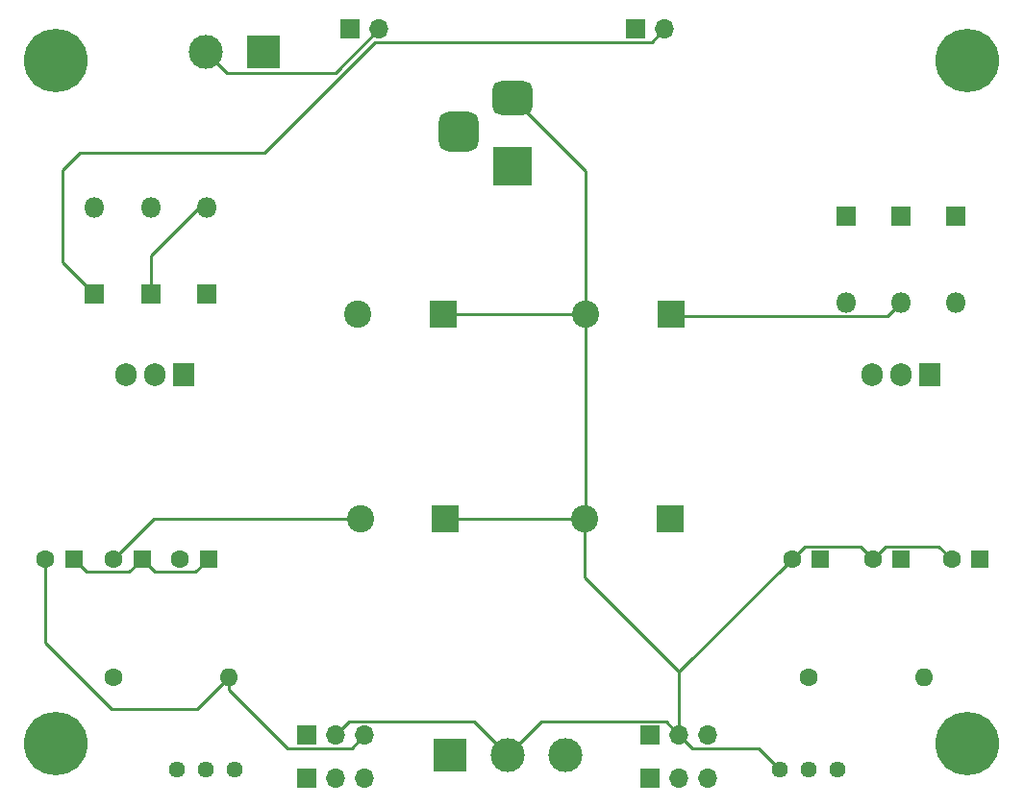
<source format=gbr>
%TF.GenerationSoftware,KiCad,Pcbnew,7.0.2*%
%TF.CreationDate,2024-01-07T18:37:44-06:00*%
%TF.ProjectId,power_supply,706f7765-725f-4737-9570-706c792e6b69,rev?*%
%TF.SameCoordinates,Original*%
%TF.FileFunction,Copper,L2,Bot*%
%TF.FilePolarity,Positive*%
%FSLAX46Y46*%
G04 Gerber Fmt 4.6, Leading zero omitted, Abs format (unit mm)*
G04 Created by KiCad (PCBNEW 7.0.2) date 2024-01-07 18:37:44*
%MOMM*%
%LPD*%
G01*
G04 APERTURE LIST*
G04 Aperture macros list*
%AMRoundRect*
0 Rectangle with rounded corners*
0 $1 Rounding radius*
0 $2 $3 $4 $5 $6 $7 $8 $9 X,Y pos of 4 corners*
0 Add a 4 corners polygon primitive as box body*
4,1,4,$2,$3,$4,$5,$6,$7,$8,$9,$2,$3,0*
0 Add four circle primitives for the rounded corners*
1,1,$1+$1,$2,$3*
1,1,$1+$1,$4,$5*
1,1,$1+$1,$6,$7*
1,1,$1+$1,$8,$9*
0 Add four rect primitives between the rounded corners*
20,1,$1+$1,$2,$3,$4,$5,0*
20,1,$1+$1,$4,$5,$6,$7,0*
20,1,$1+$1,$6,$7,$8,$9,0*
20,1,$1+$1,$8,$9,$2,$3,0*%
G04 Aperture macros list end*
%TA.AperFunction,ComponentPad*%
%ADD10R,1.700000X1.700000*%
%TD*%
%TA.AperFunction,ComponentPad*%
%ADD11O,1.700000X1.700000*%
%TD*%
%TA.AperFunction,ComponentPad*%
%ADD12C,1.440000*%
%TD*%
%TA.AperFunction,ComponentPad*%
%ADD13R,1.905000X2.000000*%
%TD*%
%TA.AperFunction,ComponentPad*%
%ADD14O,1.905000X2.000000*%
%TD*%
%TA.AperFunction,ComponentPad*%
%ADD15O,1.600000X1.600000*%
%TD*%
%TA.AperFunction,ComponentPad*%
%ADD16C,1.600000*%
%TD*%
%TA.AperFunction,ComponentPad*%
%ADD17C,3.000000*%
%TD*%
%TA.AperFunction,ComponentPad*%
%ADD18R,3.000000X3.000000*%
%TD*%
%TA.AperFunction,ComponentPad*%
%ADD19RoundRect,0.875000X-0.875000X0.875000X-0.875000X-0.875000X0.875000X-0.875000X0.875000X0.875000X0*%
%TD*%
%TA.AperFunction,ComponentPad*%
%ADD20RoundRect,0.750000X-1.000000X0.750000X-1.000000X-0.750000X1.000000X-0.750000X1.000000X0.750000X0*%
%TD*%
%TA.AperFunction,ComponentPad*%
%ADD21R,3.500000X3.500000*%
%TD*%
%TA.AperFunction,ComponentPad*%
%ADD22C,5.600000*%
%TD*%
%TA.AperFunction,ComponentPad*%
%ADD23O,1.800000X1.800000*%
%TD*%
%TA.AperFunction,ComponentPad*%
%ADD24R,1.800000X1.800000*%
%TD*%
%TA.AperFunction,ComponentPad*%
%ADD25R,2.400000X2.400000*%
%TD*%
%TA.AperFunction,ComponentPad*%
%ADD26C,2.400000*%
%TD*%
%TA.AperFunction,ComponentPad*%
%ADD27R,1.600000X1.600000*%
%TD*%
%TA.AperFunction,Conductor*%
%ADD28C,0.250000*%
%TD*%
G04 APERTURE END LIST*
D10*
%TO.P,J8,1,Pin_1*%
%TO.N,POS_OUT*%
X118608784Y-127508000D03*
D11*
%TO.P,J8,2,Pin_2*%
%TO.N,GND*%
X121148784Y-127508000D03*
%TO.P,J8,3,Pin_3*%
%TO.N,NEG_OUT*%
X123688784Y-127508000D03*
%TD*%
D10*
%TO.P,J7,1,Pin_1*%
%TO.N,POS_OUT*%
X148834784Y-127508000D03*
D11*
%TO.P,J7,2,Pin_2*%
%TO.N,GND*%
X151374784Y-127508000D03*
%TO.P,J7,3,Pin_3*%
%TO.N,NEG_OUT*%
X153914784Y-127508000D03*
%TD*%
D12*
%TO.P,RV2,1,1*%
%TO.N,GND*%
X112258784Y-130556000D03*
%TO.P,RV2,2,2*%
%TO.N,Net-(D6-K)*%
X109718784Y-130556000D03*
%TO.P,RV2,3,3*%
%TO.N,unconnected-(RV2-Pad3)*%
X107178784Y-130556000D03*
%TD*%
%TO.P,RV1,1,1*%
%TO.N,unconnected-(RV1-Pad1)*%
X165344784Y-130556000D03*
%TO.P,RV1,2,2*%
%TO.N,Net-(D3-A)*%
X162804784Y-130556000D03*
%TO.P,RV1,3,3*%
%TO.N,GND*%
X160264784Y-130556000D03*
%TD*%
D13*
%TO.P,U2,1,ADJ*%
%TO.N,Net-(D6-K)*%
X107696000Y-95758000D03*
D14*
%TO.P,U2,2,VI*%
%TO.N,Net-(D4-A)*%
X105156000Y-95758000D03*
%TO.P,U2,3,VO*%
%TO.N,NEG_OUT*%
X102616000Y-95758000D03*
%TD*%
D13*
%TO.P,U1,1,ADJ*%
%TO.N,Net-(D3-A)*%
X173472784Y-95758000D03*
D14*
%TO.P,U1,2,VO*%
%TO.N,POS_OUT*%
X170932784Y-95758000D03*
%TO.P,U1,3,VI*%
%TO.N,Net-(D1-K)*%
X168392784Y-95758000D03*
%TD*%
D15*
%TO.P,R2,2*%
%TO.N,NEG_OUT*%
X111750784Y-122428000D03*
D16*
%TO.P,R2,1*%
%TO.N,Net-(D6-K)*%
X101590784Y-122428000D03*
%TD*%
%TO.P,R1,1*%
%TO.N,POS_OUT*%
X162804784Y-122428000D03*
D15*
%TO.P,R1,2*%
%TO.N,Net-(D3-A)*%
X172964784Y-122428000D03*
%TD*%
D11*
%TO.P,JP1,2,B*%
%TO.N,Net-(D4-K)*%
X150109000Y-65278000D03*
D10*
%TO.P,JP1,1,A*%
%TO.N,Net-(D1-A)*%
X147569000Y-65278000D03*
%TD*%
D17*
%TO.P,J6,3,Pin_3*%
%TO.N,NEG_OUT*%
X141326784Y-129286000D03*
%TO.P,J6,2,Pin_2*%
%TO.N,GND*%
X136246784Y-129286000D03*
D18*
%TO.P,J6,1,Pin_1*%
%TO.N,POS_OUT*%
X131166784Y-129286000D03*
%TD*%
D17*
%TO.P,J5,2,Pin_2*%
%TO.N,GND*%
X109718784Y-67310000D03*
D18*
%TO.P,J5,1,Pin_1*%
%TO.N,Net-(D1-A)*%
X114798784Y-67310000D03*
%TD*%
D11*
%TO.P,J4,3,Pin_3*%
%TO.N,NEG_OUT*%
X153914784Y-131318000D03*
%TO.P,J4,2,Pin_2*%
%TO.N,GND*%
X151374784Y-131318000D03*
D10*
%TO.P,J4,1,Pin_1*%
%TO.N,POS_OUT*%
X148834784Y-131318000D03*
%TD*%
D11*
%TO.P,J3,3,Pin_3*%
%TO.N,NEG_OUT*%
X123688784Y-131318000D03*
%TO.P,J3,2,Pin_2*%
%TO.N,GND*%
X121148784Y-131318000D03*
D10*
%TO.P,J3,1,Pin_1*%
%TO.N,POS_OUT*%
X118608784Y-131318000D03*
%TD*%
%TO.P,J2,1,Pin_1*%
%TO.N,Net-(D1-A)*%
X122423000Y-65278000D03*
D11*
%TO.P,J2,2,Pin_2*%
%TO.N,GND*%
X124963000Y-65278000D03*
%TD*%
D19*
%TO.P,J1,3*%
%TO.N,N/C*%
X131952000Y-74374000D03*
D20*
%TO.P,J1,2*%
%TO.N,GND*%
X136652000Y-71374000D03*
D21*
%TO.P,J1,1*%
%TO.N,Net-(D1-A)*%
X136652000Y-77374000D03*
%TD*%
D22*
%TO.P,H4,1*%
%TO.N,N/C*%
X96510784Y-128270000D03*
%TD*%
%TO.P,H3,1*%
%TO.N,N/C*%
X176774784Y-128270000D03*
%TD*%
%TO.P,H2,1*%
%TO.N,N/C*%
X176774784Y-68072000D03*
%TD*%
%TO.P,H1,1*%
%TO.N,N/C*%
X96510784Y-68072000D03*
%TD*%
D23*
%TO.P,D6,2,A*%
%TO.N,NEG_OUT*%
X109728000Y-81026000D03*
D24*
%TO.P,D6,1,K*%
%TO.N,Net-(D6-K)*%
X109728000Y-88646000D03*
%TD*%
D23*
%TO.P,D5,2,A*%
%TO.N,Net-(D4-A)*%
X104824784Y-81026000D03*
D24*
%TO.P,D5,1,K*%
%TO.N,NEG_OUT*%
X104824784Y-88646000D03*
%TD*%
D23*
%TO.P,D4,2,A*%
%TO.N,Net-(D4-A)*%
X99822000Y-81026000D03*
D24*
%TO.P,D4,1,K*%
%TO.N,Net-(D4-K)*%
X99822000Y-88646000D03*
%TD*%
D23*
%TO.P,D3,2,A*%
%TO.N,Net-(D3-A)*%
X175758784Y-89408000D03*
D24*
%TO.P,D3,1,K*%
%TO.N,POS_OUT*%
X175758784Y-81788000D03*
%TD*%
%TO.P,D2,1,K*%
%TO.N,Net-(D1-K)*%
X170932784Y-81788000D03*
D23*
%TO.P,D2,2,A*%
%TO.N,POS_OUT*%
X170932784Y-89408000D03*
%TD*%
%TO.P,D1,2,A*%
%TO.N,Net-(D1-A)*%
X166106784Y-89408000D03*
D24*
%TO.P,D1,1,K*%
%TO.N,Net-(D1-K)*%
X166106784Y-81788000D03*
%TD*%
D25*
%TO.P,C11,1*%
%TO.N,Net-(D1-K)*%
X150534564Y-108458000D03*
D26*
%TO.P,C11,2*%
%TO.N,GND*%
X143034564Y-108458000D03*
%TD*%
D25*
%TO.P,C9,1*%
%TO.N,GND*%
X130556000Y-90424000D03*
D26*
%TO.P,C9,2*%
%TO.N,NEG_OUT*%
X123056000Y-90424000D03*
%TD*%
D27*
%TO.P,C8,1*%
%TO.N,Net-(D1-K)*%
X163820784Y-112014000D03*
D16*
%TO.P,C8,2*%
%TO.N,GND*%
X161320784Y-112014000D03*
%TD*%
D27*
%TO.P,C7,1*%
%TO.N,Net-(D3-A)*%
X177855672Y-112014000D03*
D16*
%TO.P,C7,2*%
%TO.N,GND*%
X175355672Y-112014000D03*
%TD*%
D27*
%TO.P,C6,1*%
%TO.N,GND*%
X98044000Y-112014000D03*
D16*
%TO.P,C6,2*%
%TO.N,NEG_OUT*%
X95544000Y-112014000D03*
%TD*%
D27*
%TO.P,C5,1*%
%TO.N,GND*%
X109917113Y-112014000D03*
D16*
%TO.P,C5,2*%
%TO.N,Net-(D6-K)*%
X107417113Y-112014000D03*
%TD*%
D27*
%TO.P,C4,1*%
%TO.N,POS_OUT*%
X170932784Y-112014000D03*
D16*
%TO.P,C4,2*%
%TO.N,GND*%
X168432784Y-112014000D03*
%TD*%
D25*
%TO.P,C3,1*%
%TO.N,POS_OUT*%
X150622000Y-90424000D03*
D26*
%TO.P,C3,2*%
%TO.N,GND*%
X143122000Y-90424000D03*
%TD*%
D27*
%TO.P,C2,1*%
%TO.N,GND*%
X104075113Y-112014000D03*
D16*
%TO.P,C2,2*%
%TO.N,Net-(D4-A)*%
X101575113Y-112014000D03*
%TD*%
D25*
%TO.P,C1,1*%
%TO.N,GND*%
X130800784Y-108458000D03*
D26*
%TO.P,C1,2*%
%TO.N,Net-(D4-A)*%
X123300784Y-108458000D03*
%TD*%
D28*
%TO.N,Net-(D4-K)*%
X97028000Y-85852000D02*
X99822000Y-88646000D01*
X124555000Y-66453000D02*
X114808000Y-76200000D01*
X150109000Y-65278000D02*
X148934000Y-66453000D01*
X148934000Y-66453000D02*
X124555000Y-66453000D01*
X114808000Y-76200000D02*
X98552000Y-76200000D01*
X98552000Y-76200000D02*
X97028000Y-77724000D01*
X97028000Y-77724000D02*
X97028000Y-85852000D01*
%TO.N,GND*%
X121106000Y-69135000D02*
X124963000Y-65278000D01*
X111543784Y-69135000D02*
X121106000Y-69135000D01*
X109718784Y-67310000D02*
X111543784Y-69135000D01*
%TO.N,NEG_OUT*%
X104824784Y-85276000D02*
X104824784Y-88646000D01*
X109074784Y-81026000D02*
X104824784Y-85276000D01*
X109728000Y-81026000D02*
X109074784Y-81026000D01*
%TO.N,GND*%
X108792113Y-113139000D02*
X109917113Y-112014000D01*
X104075113Y-112014000D02*
X105200113Y-113139000D01*
X105200113Y-113139000D02*
X108792113Y-113139000D01*
X102950113Y-113139000D02*
X104075113Y-112014000D01*
X99169000Y-113139000D02*
X102950113Y-113139000D01*
X98044000Y-112014000D02*
X99169000Y-113139000D01*
%TO.N,NEG_OUT*%
X108956784Y-125222000D02*
X111750784Y-122428000D01*
X95544000Y-119420000D02*
X101346000Y-125222000D01*
X101346000Y-125222000D02*
X108956784Y-125222000D01*
X95544000Y-112014000D02*
X95544000Y-119420000D01*
%TO.N,Net-(D4-A)*%
X105131113Y-108458000D02*
X123300784Y-108458000D01*
X101575113Y-112014000D02*
X105131113Y-108458000D01*
%TO.N,NEG_OUT*%
X111750784Y-123559370D02*
X111750784Y-122428000D01*
X123688784Y-127508000D02*
X122513784Y-128683000D01*
X122513784Y-128683000D02*
X116874414Y-128683000D01*
X116874414Y-128683000D02*
X111750784Y-123559370D01*
%TO.N,GND*%
X143122000Y-108370564D02*
X143034564Y-108458000D01*
X143122000Y-90424000D02*
X143122000Y-108370564D01*
X143034564Y-108458000D02*
X143034564Y-113619780D01*
X143034564Y-113619780D02*
X151374784Y-121960000D01*
X151374784Y-127508000D02*
X151374784Y-121960000D01*
X151374784Y-121960000D02*
X161320784Y-112014000D01*
X152549784Y-128683000D02*
X158391784Y-128683000D01*
X158391784Y-128683000D02*
X160264784Y-130556000D01*
X151374784Y-127508000D02*
X152549784Y-128683000D01*
X162445784Y-110889000D02*
X161320784Y-112014000D01*
X167307784Y-110889000D02*
X162445784Y-110889000D01*
X168432784Y-112014000D02*
X167307784Y-110889000D01*
X169557784Y-110889000D02*
X168432784Y-112014000D01*
X174230672Y-110889000D02*
X169557784Y-110889000D01*
X175355672Y-112014000D02*
X174230672Y-110889000D01*
%TO.N,POS_OUT*%
X169707784Y-90633000D02*
X150831000Y-90633000D01*
X150831000Y-90633000D02*
X150622000Y-90424000D01*
X170932784Y-89408000D02*
X169707784Y-90633000D01*
%TO.N,GND*%
X143122000Y-77844000D02*
X143122000Y-90424000D01*
X136652000Y-71374000D02*
X143122000Y-77844000D01*
X130800784Y-108458000D02*
X143034564Y-108458000D01*
X130556000Y-90424000D02*
X143122000Y-90424000D01*
X133293784Y-126333000D02*
X122323784Y-126333000D01*
X122323784Y-126333000D02*
X121148784Y-127508000D01*
X136246784Y-129286000D02*
X133293784Y-126333000D01*
X150199784Y-126333000D02*
X151374784Y-127508000D01*
X139199784Y-126333000D02*
X150199784Y-126333000D01*
X136246784Y-129286000D02*
X139199784Y-126333000D01*
%TD*%
M02*

</source>
